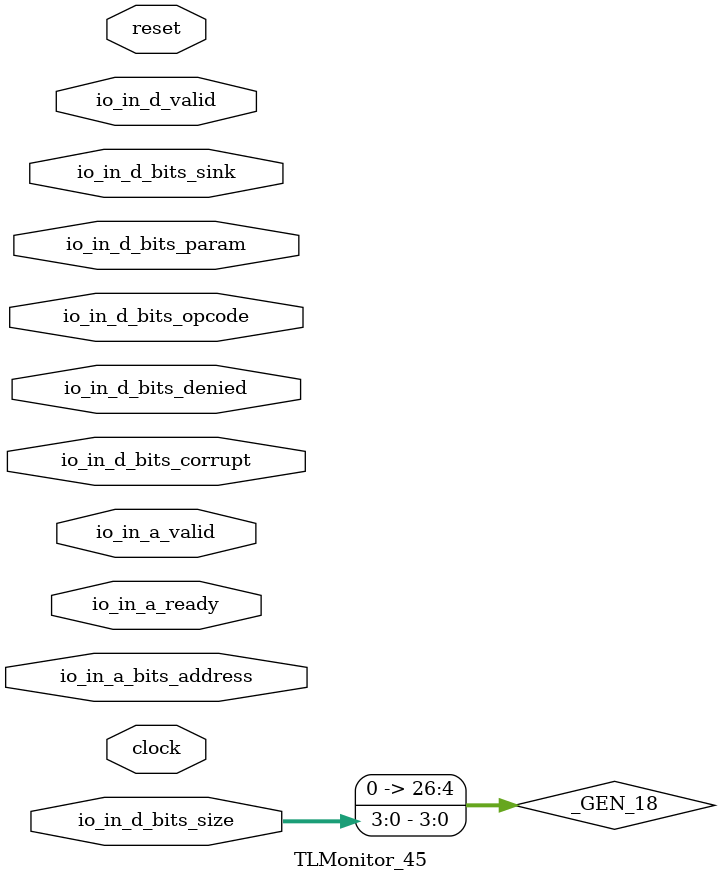
<source format=sv>
`ifndef RANDOMIZE
  `ifdef RANDOMIZE_MEM_INIT
    `define RANDOMIZE
  `endif // RANDOMIZE_MEM_INIT
`endif // not def RANDOMIZE
`ifndef RANDOMIZE
  `ifdef RANDOMIZE_REG_INIT
    `define RANDOMIZE
  `endif // RANDOMIZE_REG_INIT
`endif // not def RANDOMIZE

`ifndef RANDOM
  `define RANDOM $random
`endif // not def RANDOM

// Users can define INIT_RANDOM as general code that gets injected into the
// initializer block for modules with registers.
`ifndef INIT_RANDOM
  `define INIT_RANDOM
`endif // not def INIT_RANDOM

// If using random initialization, you can also define RANDOMIZE_DELAY to
// customize the delay used, otherwise 0.002 is used.
`ifndef RANDOMIZE_DELAY
  `define RANDOMIZE_DELAY 0.002
`endif // not def RANDOMIZE_DELAY

// Define INIT_RANDOM_PROLOG_ for use in our modules below.
`ifndef INIT_RANDOM_PROLOG_
  `ifdef RANDOMIZE
    `ifdef VERILATOR
      `define INIT_RANDOM_PROLOG_ `INIT_RANDOM
    `else  // VERILATOR
      `define INIT_RANDOM_PROLOG_ `INIT_RANDOM #`RANDOMIZE_DELAY begin end
    `endif // VERILATOR
  `else  // RANDOMIZE
    `define INIT_RANDOM_PROLOG_
  `endif // RANDOMIZE
`endif // not def INIT_RANDOM_PROLOG_

// Include register initializers in init blocks unless synthesis is set
`ifndef SYNTHESIS
  `ifndef ENABLE_INITIAL_REG_
    `define ENABLE_INITIAL_REG_
  `endif // not def ENABLE_INITIAL_REG_
`endif // not def SYNTHESIS

// Include rmemory initializers in init blocks unless synthesis is set
`ifndef SYNTHESIS
  `ifndef ENABLE_INITIAL_MEM_
    `define ENABLE_INITIAL_MEM_
  `endif // not def ENABLE_INITIAL_MEM_
`endif // not def SYNTHESIS

// Standard header to adapt well known macros for prints and assertions.

// Users can define 'PRINTF_COND' to add an extra gate to prints.
`ifndef PRINTF_COND_
  `ifdef PRINTF_COND
    `define PRINTF_COND_ (`PRINTF_COND)
  `else  // PRINTF_COND
    `define PRINTF_COND_ 1
  `endif // PRINTF_COND
`endif // not def PRINTF_COND_

// Users can define 'ASSERT_VERBOSE_COND' to add an extra gate to assert error printing.
`ifndef ASSERT_VERBOSE_COND_
  `ifdef ASSERT_VERBOSE_COND
    `define ASSERT_VERBOSE_COND_ (`ASSERT_VERBOSE_COND)
  `else  // ASSERT_VERBOSE_COND
    `define ASSERT_VERBOSE_COND_ 1
  `endif // ASSERT_VERBOSE_COND
`endif // not def ASSERT_VERBOSE_COND_

// Users can define 'STOP_COND' to add an extra gate to stop conditions.
`ifndef STOP_COND_
  `ifdef STOP_COND
    `define STOP_COND_ (`STOP_COND)
  `else  // STOP_COND
    `define STOP_COND_ 1
  `endif // STOP_COND
`endif // not def STOP_COND_

module TLMonitor_45(
  input        clock,
               reset,
               io_in_a_ready,	// @[generators/rocket-chip/src/main/scala/tilelink/Monitor.scala:17:14]
               io_in_a_valid,	// @[generators/rocket-chip/src/main/scala/tilelink/Monitor.scala:17:14]
  input [31:0] io_in_a_bits_address,	// @[generators/rocket-chip/src/main/scala/tilelink/Monitor.scala:17:14]
  input        io_in_d_valid,	// @[generators/rocket-chip/src/main/scala/tilelink/Monitor.scala:17:14]
  input [2:0]  io_in_d_bits_opcode,	// @[generators/rocket-chip/src/main/scala/tilelink/Monitor.scala:17:14]
  input [1:0]  io_in_d_bits_param,	// @[generators/rocket-chip/src/main/scala/tilelink/Monitor.scala:17:14]
  input [3:0]  io_in_d_bits_size,	// @[generators/rocket-chip/src/main/scala/tilelink/Monitor.scala:17:14]
  input [2:0]  io_in_d_bits_sink,	// @[generators/rocket-chip/src/main/scala/tilelink/Monitor.scala:17:14]
  input        io_in_d_bits_denied,	// @[generators/rocket-chip/src/main/scala/tilelink/Monitor.scala:17:14]
               io_in_d_bits_corrupt	// @[generators/rocket-chip/src/main/scala/tilelink/Monitor.scala:17:14]
);

  wire [31:0] _plusarg_reader_1_out;	// @[generators/rocket-chip/src/main/scala/util/PlusArg.scala:80:11]
  wire [31:0] _plusarg_reader_out;	// @[generators/rocket-chip/src/main/scala/util/PlusArg.scala:80:11]
  wire        _a_first_T_1 = io_in_a_ready & io_in_a_valid;	// @[src/main/scala/chisel3/util/Decoupled.scala:52:35]
  reg  [8:0]  a_first_counter;	// @[generators/rocket-chip/src/main/scala/tilelink/Edges.scala:230:27]
  reg  [31:0] address;	// @[generators/rocket-chip/src/main/scala/tilelink/Monitor.scala:388:22]
  reg  [8:0]  d_first_counter;	// @[generators/rocket-chip/src/main/scala/tilelink/Edges.scala:230:27]
  reg  [2:0]  opcode_1;	// @[generators/rocket-chip/src/main/scala/tilelink/Monitor.scala:535:22]
  reg  [1:0]  param_1;	// @[generators/rocket-chip/src/main/scala/tilelink/Monitor.scala:536:22]
  reg  [3:0]  size_1;	// @[generators/rocket-chip/src/main/scala/tilelink/Monitor.scala:537:22]
  reg  [2:0]  sink;	// @[generators/rocket-chip/src/main/scala/tilelink/Monitor.scala:539:22]
  reg         denied;	// @[generators/rocket-chip/src/main/scala/tilelink/Monitor.scala:540:22]
  reg         inflight;	// @[generators/rocket-chip/src/main/scala/tilelink/Monitor.scala:611:27]
  reg  [3:0]  inflight_opcodes;	// @[generators/rocket-chip/src/main/scala/tilelink/Monitor.scala:613:35]
  reg  [7:0]  inflight_sizes;	// @[generators/rocket-chip/src/main/scala/tilelink/Monitor.scala:615:33]
  reg  [8:0]  a_first_counter_1;	// @[generators/rocket-chip/src/main/scala/tilelink/Edges.scala:230:27]
  wire        a_first_1 = a_first_counter_1 == 9'h0;	// @[generators/rocket-chip/src/main/scala/tilelink/Edges.scala:222:14, :230:27, :232:25]
  reg  [8:0]  d_first_counter_1;	// @[generators/rocket-chip/src/main/scala/tilelink/Edges.scala:230:27]
  wire        d_first_1 = d_first_counter_1 == 9'h0;	// @[generators/rocket-chip/src/main/scala/tilelink/Edges.scala:222:14, :230:27, :232:25]
  wire        a_set = _a_first_T_1 & a_first_1;	// @[generators/rocket-chip/src/main/scala/tilelink/Edges.scala:232:25, generators/rocket-chip/src/main/scala/tilelink/Monitor.scala:652:25, src/main/scala/chisel3/util/Decoupled.scala:52:35]
  wire        d_release_ack = io_in_d_bits_opcode == 3'h6;	// @[generators/rocket-chip/src/main/scala/tilelink/Monitor.scala:670:46]
  wire        _GEN = io_in_d_valid & d_first_1;	// @[generators/rocket-chip/src/main/scala/tilelink/Edges.scala:232:25, generators/rocket-chip/src/main/scala/tilelink/Monitor.scala:671:26]
  wire        d_clr_wo_ready = _GEN & ~d_release_ack;	// @[generators/rocket-chip/src/main/scala/tilelink/Monitor.scala:670:46, :671:{26,71,74}]
  reg  [31:0] watchdog;	// @[generators/rocket-chip/src/main/scala/tilelink/Monitor.scala:706:27]
  reg         inflight_1;	// @[generators/rocket-chip/src/main/scala/tilelink/Monitor.scala:723:35]
  reg  [7:0]  inflight_sizes_1;	// @[generators/rocket-chip/src/main/scala/tilelink/Monitor.scala:725:35]
  reg  [8:0]  d_first_counter_2;	// @[generators/rocket-chip/src/main/scala/tilelink/Edges.scala:230:27]
  wire        d_first_2 = d_first_counter_2 == 9'h0;	// @[generators/rocket-chip/src/main/scala/tilelink/Edges.scala:222:14, :230:27, :232:25]
  wire        d_clr_1 = io_in_d_valid & d_first_2 & d_release_ack;	// @[generators/rocket-chip/src/main/scala/tilelink/Edges.scala:232:25, generators/rocket-chip/src/main/scala/tilelink/Monitor.scala:670:46, :785:70]
  reg  [31:0] watchdog_1;	// @[generators/rocket-chip/src/main/scala/tilelink/Monitor.scala:815:27]
  `ifndef SYNTHESIS	// @[generators/rocket-chip/src/main/scala/tilelink/Monitor.scala:42:11]
    wire [7:0][2:0] _GEN_0 = '{3'h4, 3'h5, 3'h2, 3'h1, 3'h1, 3'h1, 3'h0, 3'h0};	// @[generators/rocket-chip/src/main/scala/tilelink/Monitor.scala:690:38]
    wire [7:0][2:0] _GEN_1 = '{3'h4, 3'h4, 3'h2, 3'h1, 3'h1, 3'h1, 3'h0, 3'h0};	// @[generators/rocket-chip/src/main/scala/tilelink/Monitor.scala:689:38]
    wire            _GEN_2 = io_in_a_valid & ~reset;	// @[generators/rocket-chip/src/main/scala/tilelink/Monitor.scala:42:11]
    wire            _GEN_3 = io_in_d_valid & io_in_d_bits_opcode == 3'h6 & ~reset;	// @[generators/rocket-chip/src/main/scala/tilelink/Monitor.scala:42:11, :49:11, :310:25]
    wire            _GEN_4 = io_in_d_bits_size < 4'h3;	// @[generators/rocket-chip/src/main/scala/tilelink/Monitor.scala:312:27]
    wire            _GEN_5 = io_in_d_valid & io_in_d_bits_opcode == 3'h4 & ~reset;	// @[generators/rocket-chip/src/main/scala/tilelink/Monitor.scala:42:11, :49:11, :318:25]
    wire            _GEN_6 = io_in_d_bits_param == 2'h2;	// @[generators/rocket-chip/src/main/scala/tilelink/Bundles.scala:111:27, generators/rocket-chip/src/main/scala/tilelink/Monitor.scala:323:28]
    wire            _GEN_7 = io_in_d_valid & io_in_d_bits_opcode == 3'h5 & ~reset;	// @[generators/rocket-chip/src/main/scala/tilelink/Monitor.scala:42:11, :49:11, :328:25]
    wire            _GEN_8 = ~io_in_d_bits_denied | io_in_d_bits_corrupt;	// @[generators/rocket-chip/src/main/scala/tilelink/Monitor.scala:334:{15,30}]
    wire            _GEN_9 = io_in_d_valid & io_in_d_bits_opcode == 3'h0 & ~reset;	// @[generators/rocket-chip/src/main/scala/tilelink/Monitor.scala:42:11, :49:11, :338:25]
    wire            _GEN_10 = io_in_d_bits_opcode == 3'h1;	// @[generators/rocket-chip/src/main/scala/tilelink/Monitor.scala:346:25]
    wire            _GEN_11 = io_in_d_valid & _GEN_10 & ~reset;	// @[generators/rocket-chip/src/main/scala/tilelink/Monitor.scala:42:11, :49:11, :346:25]
    wire            _GEN_12 = io_in_d_valid & io_in_d_bits_opcode == 3'h2 & ~reset;	// @[generators/rocket-chip/src/main/scala/tilelink/Monitor.scala:42:11, :49:11, :354:25]
    wire            _GEN_13 = io_in_d_valid & (|d_first_counter) & ~reset;	// @[generators/rocket-chip/src/main/scala/tilelink/Edges.scala:230:27, :232:25, generators/rocket-chip/src/main/scala/tilelink/Monitor.scala:42:11, :49:11]
    wire            a_set_wo_ready = io_in_a_valid & a_first_1;	// @[generators/rocket-chip/src/main/scala/tilelink/Edges.scala:232:25, generators/rocket-chip/src/main/scala/tilelink/Monitor.scala:648:26]
    wire            _GEN_14 = d_clr_wo_ready & a_set_wo_ready & ~reset;	// @[generators/rocket-chip/src/main/scala/tilelink/Monitor.scala:42:11, :49:11, :648:26, :671:71]
    wire            _GEN_15 = d_clr_wo_ready & ~a_set_wo_ready & ~reset;	// @[generators/rocket-chip/src/main/scala/tilelink/Monitor.scala:42:11, :49:11, :648:26, :671:71, :684:30]
    wire [7:0]      _GEN_16 = {4'h0, io_in_d_bits_size};	// @[generators/rocket-chip/src/main/scala/tilelink/Bundles.scala:111:27, generators/rocket-chip/src/main/scala/tilelink/Monitor.scala:634:69, :638:65, :656:79, :657:77, :691:36, generators/rocket-chip/src/main/scala/util/Misc.scala:206:21]
    wire            _GEN_17 = d_clr_1 & ~reset;	// @[generators/rocket-chip/src/main/scala/tilelink/Monitor.scala:42:11, :49:11, :785:70]
    always @(posedge clock) begin	// @[generators/rocket-chip/src/main/scala/tilelink/Monitor.scala:42:11]
      if (_GEN_2 & ~({io_in_a_bits_address[31:14], ~(io_in_a_bits_address[13:12])} == 20'h0 | io_in_a_bits_address[31:13] == 19'h0 | {io_in_a_bits_address[31:17], ~(io_in_a_bits_address[16])} == 16'h0 | {io_in_a_bits_address[31:21], io_in_a_bits_address[20:17] ^ 4'h8, io_in_a_bits_address[15:12]} == 19'h0 | {io_in_a_bits_address[31:26], io_in_a_bits_address[25:16] ^ 10'h200} == 16'h0 | {io_in_a_bits_address[31:26], io_in_a_bits_address[25:12] ^ 14'h2010} == 20'h0 | {io_in_a_bits_address[31:28], io_in_a_bits_address[27:16] ^ 12'h800} == 16'h0 | {io_in_a_bits_address[31:28], ~(io_in_a_bits_address[27:26])} == 6'h0 | {io_in_a_bits_address[31:29], io_in_a_bits_address[28:12] ^ 17'h10020} == 20'h0 | io_in_a_bits_address[31:28] == 4'h8)) begin	// @[generators/rocket-chip/src/main/scala/diplomacy/Parameters.scala:137:{31,41,46,59}, generators/rocket-chip/src/main/scala/tilelink/Bundles.scala:259:74, generators/rocket-chip/src/main/scala/tilelink/Edges.scala:22:16, generators/rocket-chip/src/main/scala/tilelink/Monitor.scala:42:11, generators/rocket-chip/src/main/scala/tilelink/Parameters.scala:673:26]
        if (`ASSERT_VERBOSE_COND_)	// @[generators/rocket-chip/src/main/scala/tilelink/Monitor.scala:42:11]
          $error("Assertion failed: 'A' channel carries Get type which slave claims it can't support (connected at generators/rocket-chip/src/main/scala/rocket/Frontend.scala:387:21)\n    at Monitor.scala:42 assert(cond, message)\n");	// @[generators/rocket-chip/src/main/scala/tilelink/Monitor.scala:42:11]
        if (`STOP_COND_)	// @[generators/rocket-chip/src/main/scala/tilelink/Monitor.scala:42:11]
          $fatal;	// @[generators/rocket-chip/src/main/scala/tilelink/Monitor.scala:42:11]
      end
      if (_GEN_2 & (|(io_in_a_bits_address[5:0]))) begin	// @[generators/rocket-chip/src/main/scala/tilelink/Edges.scala:22:{16,24}, generators/rocket-chip/src/main/scala/tilelink/Monitor.scala:42:11]
        if (`ASSERT_VERBOSE_COND_)	// @[generators/rocket-chip/src/main/scala/tilelink/Monitor.scala:42:11]
          $error("Assertion failed: 'A' channel Get address not aligned to size (connected at generators/rocket-chip/src/main/scala/rocket/Frontend.scala:387:21)\n    at Monitor.scala:42 assert(cond, message)\n");	// @[generators/rocket-chip/src/main/scala/tilelink/Monitor.scala:42:11]
        if (`STOP_COND_)	// @[generators/rocket-chip/src/main/scala/tilelink/Monitor.scala:42:11]
          $fatal;	// @[generators/rocket-chip/src/main/scala/tilelink/Monitor.scala:42:11]
      end
      if (io_in_d_valid & ~reset & (&io_in_d_bits_opcode)) begin	// @[generators/rocket-chip/src/main/scala/tilelink/Bundles.scala:45:24, generators/rocket-chip/src/main/scala/tilelink/Monitor.scala:42:11, :49:11]
        if (`ASSERT_VERBOSE_COND_)	// @[generators/rocket-chip/src/main/scala/tilelink/Monitor.scala:49:11]
          $error("Assertion failed: 'D' channel has invalid opcode (connected at generators/rocket-chip/src/main/scala/rocket/Frontend.scala:387:21)\n    at Monitor.scala:49 assert(cond, message)\n");	// @[generators/rocket-chip/src/main/scala/tilelink/Monitor.scala:49:11]
        if (`STOP_COND_)	// @[generators/rocket-chip/src/main/scala/tilelink/Monitor.scala:49:11]
          $fatal;	// @[generators/rocket-chip/src/main/scala/tilelink/Monitor.scala:49:11]
      end
      if (_GEN_3 & _GEN_4) begin	// @[generators/rocket-chip/src/main/scala/tilelink/Monitor.scala:49:11, :312:27]
        if (`ASSERT_VERBOSE_COND_)	// @[generators/rocket-chip/src/main/scala/tilelink/Monitor.scala:49:11]
          $error("Assertion failed: 'D' channel ReleaseAck smaller than a beat (connected at generators/rocket-chip/src/main/scala/rocket/Frontend.scala:387:21)\n    at Monitor.scala:49 assert(cond, message)\n");	// @[generators/rocket-chip/src/main/scala/tilelink/Monitor.scala:49:11]
        if (`STOP_COND_)	// @[generators/rocket-chip/src/main/scala/tilelink/Monitor.scala:49:11]
          $fatal;	// @[generators/rocket-chip/src/main/scala/tilelink/Monitor.scala:49:11]
      end
      if (_GEN_3 & (|io_in_d_bits_param)) begin	// @[generators/rocket-chip/src/main/scala/tilelink/Monitor.scala:49:11, :313:28]
        if (`ASSERT_VERBOSE_COND_)	// @[generators/rocket-chip/src/main/scala/tilelink/Monitor.scala:49:11]
          $error("Assertion failed: 'D' channel ReleaseeAck carries invalid param (connected at generators/rocket-chip/src/main/scala/rocket/Frontend.scala:387:21)\n    at Monitor.scala:49 assert(cond, message)\n");	// @[generators/rocket-chip/src/main/scala/tilelink/Monitor.scala:49:11]
        if (`STOP_COND_)	// @[generators/rocket-chip/src/main/scala/tilelink/Monitor.scala:49:11]
          $fatal;	// @[generators/rocket-chip/src/main/scala/tilelink/Monitor.scala:49:11]
      end
      if (_GEN_3 & io_in_d_bits_corrupt) begin	// @[generators/rocket-chip/src/main/scala/tilelink/Monitor.scala:49:11]
        if (`ASSERT_VERBOSE_COND_)	// @[generators/rocket-chip/src/main/scala/tilelink/Monitor.scala:49:11]
          $error("Assertion failed: 'D' channel ReleaseAck is corrupt (connected at generators/rocket-chip/src/main/scala/rocket/Frontend.scala:387:21)\n    at Monitor.scala:49 assert(cond, message)\n");	// @[generators/rocket-chip/src/main/scala/tilelink/Monitor.scala:49:11]
        if (`STOP_COND_)	// @[generators/rocket-chip/src/main/scala/tilelink/Monitor.scala:49:11]
          $fatal;	// @[generators/rocket-chip/src/main/scala/tilelink/Monitor.scala:49:11]
      end
      if (_GEN_3 & io_in_d_bits_denied) begin	// @[generators/rocket-chip/src/main/scala/tilelink/Monitor.scala:49:11]
        if (`ASSERT_VERBOSE_COND_)	// @[generators/rocket-chip/src/main/scala/tilelink/Monitor.scala:49:11]
          $error("Assertion failed: 'D' channel ReleaseAck is denied (connected at generators/rocket-chip/src/main/scala/rocket/Frontend.scala:387:21)\n    at Monitor.scala:49 assert(cond, message)\n");	// @[generators/rocket-chip/src/main/scala/tilelink/Monitor.scala:49:11]
        if (`STOP_COND_)	// @[generators/rocket-chip/src/main/scala/tilelink/Monitor.scala:49:11]
          $fatal;	// @[generators/rocket-chip/src/main/scala/tilelink/Monitor.scala:49:11]
      end
      if (_GEN_5 & _GEN_4) begin	// @[generators/rocket-chip/src/main/scala/tilelink/Monitor.scala:49:11, :312:27]
        if (`ASSERT_VERBOSE_COND_)	// @[generators/rocket-chip/src/main/scala/tilelink/Monitor.scala:49:11]
          $error("Assertion failed: 'D' channel Grant smaller than a beat (connected at generators/rocket-chip/src/main/scala/rocket/Frontend.scala:387:21)\n    at Monitor.scala:49 assert(cond, message)\n");	// @[generators/rocket-chip/src/main/scala/tilelink/Monitor.scala:49:11]
        if (`STOP_COND_)	// @[generators/rocket-chip/src/main/scala/tilelink/Monitor.scala:49:11]
          $fatal;	// @[generators/rocket-chip/src/main/scala/tilelink/Monitor.scala:49:11]
      end
      if (_GEN_5 & (&io_in_d_bits_param)) begin	// @[generators/rocket-chip/src/main/scala/tilelink/Bundles.scala:105:26, generators/rocket-chip/src/main/scala/tilelink/Monitor.scala:49:11]
        if (`ASSERT_VERBOSE_COND_)	// @[generators/rocket-chip/src/main/scala/tilelink/Monitor.scala:49:11]
          $error("Assertion failed: 'D' channel Grant carries invalid cap param (connected at generators/rocket-chip/src/main/scala/rocket/Frontend.scala:387:21)\n    at Monitor.scala:49 assert(cond, message)\n");	// @[generators/rocket-chip/src/main/scala/tilelink/Monitor.scala:49:11]
        if (`STOP_COND_)	// @[generators/rocket-chip/src/main/scala/tilelink/Monitor.scala:49:11]
          $fatal;	// @[generators/rocket-chip/src/main/scala/tilelink/Monitor.scala:49:11]
      end
      if (_GEN_5 & _GEN_6) begin	// @[generators/rocket-chip/src/main/scala/tilelink/Monitor.scala:49:11, :323:28]
        if (`ASSERT_VERBOSE_COND_)	// @[generators/rocket-chip/src/main/scala/tilelink/Monitor.scala:49:11]
          $error("Assertion failed: 'D' channel Grant carries toN param (connected at generators/rocket-chip/src/main/scala/rocket/Frontend.scala:387:21)\n    at Monitor.scala:49 assert(cond, message)\n");	// @[generators/rocket-chip/src/main/scala/tilelink/Monitor.scala:49:11]
        if (`STOP_COND_)	// @[generators/rocket-chip/src/main/scala/tilelink/Monitor.scala:49:11]
          $fatal;	// @[generators/rocket-chip/src/main/scala/tilelink/Monitor.scala:49:11]
      end
      if (_GEN_5 & io_in_d_bits_corrupt) begin	// @[generators/rocket-chip/src/main/scala/tilelink/Monitor.scala:49:11]
        if (`ASSERT_VERBOSE_COND_)	// @[generators/rocket-chip/src/main/scala/tilelink/Monitor.scala:49:11]
          $error("Assertion failed: 'D' channel Grant is corrupt (connected at generators/rocket-chip/src/main/scala/rocket/Frontend.scala:387:21)\n    at Monitor.scala:49 assert(cond, message)\n");	// @[generators/rocket-chip/src/main/scala/tilelink/Monitor.scala:49:11]
        if (`STOP_COND_)	// @[generators/rocket-chip/src/main/scala/tilelink/Monitor.scala:49:11]
          $fatal;	// @[generators/rocket-chip/src/main/scala/tilelink/Monitor.scala:49:11]
      end
      if (_GEN_7 & _GEN_4) begin	// @[generators/rocket-chip/src/main/scala/tilelink/Monitor.scala:49:11, :312:27]
        if (`ASSERT_VERBOSE_COND_)	// @[generators/rocket-chip/src/main/scala/tilelink/Monitor.scala:49:11]
          $error("Assertion failed: 'D' channel GrantData smaller than a beat (connected at generators/rocket-chip/src/main/scala/rocket/Frontend.scala:387:21)\n    at Monitor.scala:49 assert(cond, message)\n");	// @[generators/rocket-chip/src/main/scala/tilelink/Monitor.scala:49:11]
        if (`STOP_COND_)	// @[generators/rocket-chip/src/main/scala/tilelink/Monitor.scala:49:11]
          $fatal;	// @[generators/rocket-chip/src/main/scala/tilelink/Monitor.scala:49:11]
      end
      if (_GEN_7 & (&io_in_d_bits_param)) begin	// @[generators/rocket-chip/src/main/scala/tilelink/Bundles.scala:105:26, generators/rocket-chip/src/main/scala/tilelink/Monitor.scala:49:11]
        if (`ASSERT_VERBOSE_COND_)	// @[generators/rocket-chip/src/main/scala/tilelink/Monitor.scala:49:11]
          $error("Assertion failed: 'D' channel GrantData carries invalid cap param (connected at generators/rocket-chip/src/main/scala/rocket/Frontend.scala:387:21)\n    at Monitor.scala:49 assert(cond, message)\n");	// @[generators/rocket-chip/src/main/scala/tilelink/Monitor.scala:49:11]
        if (`STOP_COND_)	// @[generators/rocket-chip/src/main/scala/tilelink/Monitor.scala:49:11]
          $fatal;	// @[generators/rocket-chip/src/main/scala/tilelink/Monitor.scala:49:11]
      end
      if (_GEN_7 & _GEN_6) begin	// @[generators/rocket-chip/src/main/scala/tilelink/Monitor.scala:49:11, :323:28]
        if (`ASSERT_VERBOSE_COND_)	// @[generators/rocket-chip/src/main/scala/tilelink/Monitor.scala:49:11]
          $error("Assertion failed: 'D' channel GrantData carries toN param (connected at generators/rocket-chip/src/main/scala/rocket/Frontend.scala:387:21)\n    at Monitor.scala:49 assert(cond, message)\n");	// @[generators/rocket-chip/src/main/scala/tilelink/Monitor.scala:49:11]
        if (`STOP_COND_)	// @[generators/rocket-chip/src/main/scala/tilelink/Monitor.scala:49:11]
          $fatal;	// @[generators/rocket-chip/src/main/scala/tilelink/Monitor.scala:49:11]
      end
      if (_GEN_7 & ~_GEN_8) begin	// @[generators/rocket-chip/src/main/scala/tilelink/Monitor.scala:49:11, :334:30]
        if (`ASSERT_VERBOSE_COND_)	// @[generators/rocket-chip/src/main/scala/tilelink/Monitor.scala:49:11]
          $error("Assertion failed: 'D' channel GrantData is denied but not corrupt (connected at generators/rocket-chip/src/main/scala/rocket/Frontend.scala:387:21)\n    at Monitor.scala:49 assert(cond, message)\n");	// @[generators/rocket-chip/src/main/scala/tilelink/Monitor.scala:49:11]
        if (`STOP_COND_)	// @[generators/rocket-chip/src/main/scala/tilelink/Monitor.scala:49:11]
          $fatal;	// @[generators/rocket-chip/src/main/scala/tilelink/Monitor.scala:49:11]
      end
      if (_GEN_9 & (|io_in_d_bits_param)) begin	// @[generators/rocket-chip/src/main/scala/tilelink/Monitor.scala:49:11, :313:28]
        if (`ASSERT_VERBOSE_COND_)	// @[generators/rocket-chip/src/main/scala/tilelink/Monitor.scala:49:11]
          $error("Assertion failed: 'D' channel AccessAck carries invalid param (connected at generators/rocket-chip/src/main/scala/rocket/Frontend.scala:387:21)\n    at Monitor.scala:49 assert(cond, message)\n");	// @[generators/rocket-chip/src/main/scala/tilelink/Monitor.scala:49:11]
        if (`STOP_COND_)	// @[generators/rocket-chip/src/main/scala/tilelink/Monitor.scala:49:11]
          $fatal;	// @[generators/rocket-chip/src/main/scala/tilelink/Monitor.scala:49:11]
      end
      if (_GEN_9 & io_in_d_bits_corrupt) begin	// @[generators/rocket-chip/src/main/scala/tilelink/Monitor.scala:49:11]
        if (`ASSERT_VERBOSE_COND_)	// @[generators/rocket-chip/src/main/scala/tilelink/Monitor.scala:49:11]
          $error("Assertion failed: 'D' channel AccessAck is corrupt (connected at generators/rocket-chip/src/main/scala/rocket/Frontend.scala:387:21)\n    at Monitor.scala:49 assert(cond, message)\n");	// @[generators/rocket-chip/src/main/scala/tilelink/Monitor.scala:49:11]
        if (`STOP_COND_)	// @[generators/rocket-chip/src/main/scala/tilelink/Monitor.scala:49:11]
          $fatal;	// @[generators/rocket-chip/src/main/scala/tilelink/Monitor.scala:49:11]
      end
      if (_GEN_11 & (|io_in_d_bits_param)) begin	// @[generators/rocket-chip/src/main/scala/tilelink/Monitor.scala:49:11, :313:28]
        if (`ASSERT_VERBOSE_COND_)	// @[generators/rocket-chip/src/main/scala/tilelink/Monitor.scala:49:11]
          $error("Assertion failed: 'D' channel AccessAckData carries invalid param (connected at generators/rocket-chip/src/main/scala/rocket/Frontend.scala:387:21)\n    at Monitor.scala:49 assert(cond, message)\n");	// @[generators/rocket-chip/src/main/scala/tilelink/Monitor.scala:49:11]
        if (`STOP_COND_)	// @[generators/rocket-chip/src/main/scala/tilelink/Monitor.scala:49:11]
          $fatal;	// @[generators/rocket-chip/src/main/scala/tilelink/Monitor.scala:49:11]
      end
      if (_GEN_11 & ~_GEN_8) begin	// @[generators/rocket-chip/src/main/scala/tilelink/Monitor.scala:49:11, :334:30]
        if (`ASSERT_VERBOSE_COND_)	// @[generators/rocket-chip/src/main/scala/tilelink/Monitor.scala:49:11]
          $error("Assertion failed: 'D' channel AccessAckData is denied but not corrupt (connected at generators/rocket-chip/src/main/scala/rocket/Frontend.scala:387:21)\n    at Monitor.scala:49 assert(cond, message)\n");	// @[generators/rocket-chip/src/main/scala/tilelink/Monitor.scala:49:11]
        if (`STOP_COND_)	// @[generators/rocket-chip/src/main/scala/tilelink/Monitor.scala:49:11]
          $fatal;	// @[generators/rocket-chip/src/main/scala/tilelink/Monitor.scala:49:11]
      end
      if (_GEN_12 & (|io_in_d_bits_param)) begin	// @[generators/rocket-chip/src/main/scala/tilelink/Monitor.scala:49:11, :313:28]
        if (`ASSERT_VERBOSE_COND_)	// @[generators/rocket-chip/src/main/scala/tilelink/Monitor.scala:49:11]
          $error("Assertion failed: 'D' channel HintAck carries invalid param (connected at generators/rocket-chip/src/main/scala/rocket/Frontend.scala:387:21)\n    at Monitor.scala:49 assert(cond, message)\n");	// @[generators/rocket-chip/src/main/scala/tilelink/Monitor.scala:49:11]
        if (`STOP_COND_)	// @[generators/rocket-chip/src/main/scala/tilelink/Monitor.scala:49:11]
          $fatal;	// @[generators/rocket-chip/src/main/scala/tilelink/Monitor.scala:49:11]
      end
      if (_GEN_12 & io_in_d_bits_corrupt) begin	// @[generators/rocket-chip/src/main/scala/tilelink/Monitor.scala:49:11]
        if (`ASSERT_VERBOSE_COND_)	// @[generators/rocket-chip/src/main/scala/tilelink/Monitor.scala:49:11]
          $error("Assertion failed: 'D' channel HintAck is corrupt (connected at generators/rocket-chip/src/main/scala/rocket/Frontend.scala:387:21)\n    at Monitor.scala:49 assert(cond, message)\n");	// @[generators/rocket-chip/src/main/scala/tilelink/Monitor.scala:49:11]
        if (`STOP_COND_)	// @[generators/rocket-chip/src/main/scala/tilelink/Monitor.scala:49:11]
          $fatal;	// @[generators/rocket-chip/src/main/scala/tilelink/Monitor.scala:49:11]
      end
      if (io_in_a_valid & (|a_first_counter) & ~reset & io_in_a_bits_address != address) begin	// @[generators/rocket-chip/src/main/scala/tilelink/Edges.scala:230:27, :232:25, generators/rocket-chip/src/main/scala/tilelink/Monitor.scala:42:11, :388:22, :394:32]
        if (`ASSERT_VERBOSE_COND_)	// @[generators/rocket-chip/src/main/scala/tilelink/Monitor.scala:42:11]
          $error("Assertion failed: 'A' channel address changed with multibeat operation (connected at generators/rocket-chip/src/main/scala/rocket/Frontend.scala:387:21)\n    at Monitor.scala:42 assert(cond, message)\n");	// @[generators/rocket-chip/src/main/scala/tilelink/Monitor.scala:42:11]
        if (`STOP_COND_)	// @[generators/rocket-chip/src/main/scala/tilelink/Monitor.scala:42:11]
          $fatal;	// @[generators/rocket-chip/src/main/scala/tilelink/Monitor.scala:42:11]
      end
      if (_GEN_13 & io_in_d_bits_opcode != opcode_1) begin	// @[generators/rocket-chip/src/main/scala/tilelink/Monitor.scala:49:11, :535:22, :542:29]
        if (`ASSERT_VERBOSE_COND_)	// @[generators/rocket-chip/src/main/scala/tilelink/Monitor.scala:49:11]
          $error("Assertion failed: 'D' channel opcode changed within multibeat operation (connected at generators/rocket-chip/src/main/scala/rocket/Frontend.scala:387:21)\n    at Monitor.scala:49 assert(cond, message)\n");	// @[generators/rocket-chip/src/main/scala/tilelink/Monitor.scala:49:11]
        if (`STOP_COND_)	// @[generators/rocket-chip/src/main/scala/tilelink/Monitor.scala:49:11]
          $fatal;	// @[generators/rocket-chip/src/main/scala/tilelink/Monitor.scala:49:11]
      end
      if (_GEN_13 & io_in_d_bits_param != param_1) begin	// @[generators/rocket-chip/src/main/scala/tilelink/Monitor.scala:49:11, :536:22, :543:29]
        if (`ASSERT_VERBOSE_COND_)	// @[generators/rocket-chip/src/main/scala/tilelink/Monitor.scala:49:11]
          $error("Assertion failed: 'D' channel param changed within multibeat operation (connected at generators/rocket-chip/src/main/scala/rocket/Frontend.scala:387:21)\n    at Monitor.scala:49 assert(cond, message)\n");	// @[generators/rocket-chip/src/main/scala/tilelink/Monitor.scala:49:11]
        if (`STOP_COND_)	// @[generators/rocket-chip/src/main/scala/tilelink/Monitor.scala:49:11]
          $fatal;	// @[generators/rocket-chip/src/main/scala/tilelink/Monitor.scala:49:11]
      end
      if (_GEN_13 & io_in_d_bits_size != size_1) begin	// @[generators/rocket-chip/src/main/scala/tilelink/Monitor.scala:49:11, :537:22, :544:29]
        if (`ASSERT_VERBOSE_COND_)	// @[generators/rocket-chip/src/main/scala/tilelink/Monitor.scala:49:11]
          $error("Assertion failed: 'D' channel size changed within multibeat operation (connected at generators/rocket-chip/src/main/scala/rocket/Frontend.scala:387:21)\n    at Monitor.scala:49 assert(cond, message)\n");	// @[generators/rocket-chip/src/main/scala/tilelink/Monitor.scala:49:11]
        if (`STOP_COND_)	// @[generators/rocket-chip/src/main/scala/tilelink/Monitor.scala:49:11]
          $fatal;	// @[generators/rocket-chip/src/main/scala/tilelink/Monitor.scala:49:11]
      end
      if (_GEN_13 & io_in_d_bits_sink != sink) begin	// @[generators/rocket-chip/src/main/scala/tilelink/Monitor.scala:49:11, :539:22, :546:29]
        if (`ASSERT_VERBOSE_COND_)	// @[generators/rocket-chip/src/main/scala/tilelink/Monitor.scala:49:11]
          $error("Assertion failed: 'D' channel sink changed with multibeat operation (connected at generators/rocket-chip/src/main/scala/rocket/Frontend.scala:387:21)\n    at Monitor.scala:49 assert(cond, message)\n");	// @[generators/rocket-chip/src/main/scala/tilelink/Monitor.scala:49:11]
        if (`STOP_COND_)	// @[generators/rocket-chip/src/main/scala/tilelink/Monitor.scala:49:11]
          $fatal;	// @[generators/rocket-chip/src/main/scala/tilelink/Monitor.scala:49:11]
      end
      if (_GEN_13 & io_in_d_bits_denied != denied) begin	// @[generators/rocket-chip/src/main/scala/tilelink/Monitor.scala:49:11, :540:22, :547:29]
        if (`ASSERT_VERBOSE_COND_)	// @[generators/rocket-chip/src/main/scala/tilelink/Monitor.scala:49:11]
          $error("Assertion failed: 'D' channel denied changed with multibeat operation (connected at generators/rocket-chip/src/main/scala/rocket/Frontend.scala:387:21)\n    at Monitor.scala:49 assert(cond, message)\n");	// @[generators/rocket-chip/src/main/scala/tilelink/Monitor.scala:49:11]
        if (`STOP_COND_)	// @[generators/rocket-chip/src/main/scala/tilelink/Monitor.scala:49:11]
          $fatal;	// @[generators/rocket-chip/src/main/scala/tilelink/Monitor.scala:49:11]
      end
      if (a_set & ~reset & inflight) begin	// @[generators/rocket-chip/src/main/scala/tilelink/Monitor.scala:42:11, :611:27, :652:25]
        if (`ASSERT_VERBOSE_COND_)	// @[generators/rocket-chip/src/main/scala/tilelink/Monitor.scala:42:11]
          $error("Assertion failed: 'A' channel re-used a source ID (connected at generators/rocket-chip/src/main/scala/rocket/Frontend.scala:387:21)\n    at Monitor.scala:42 assert(cond, message)\n");	// @[generators/rocket-chip/src/main/scala/tilelink/Monitor.scala:42:11]
        if (`STOP_COND_)	// @[generators/rocket-chip/src/main/scala/tilelink/Monitor.scala:42:11]
          $fatal;	// @[generators/rocket-chip/src/main/scala/tilelink/Monitor.scala:42:11]
      end
      if (d_clr_wo_ready & ~reset & ~(inflight | a_set_wo_ready)) begin	// @[generators/rocket-chip/src/main/scala/tilelink/Monitor.scala:42:11, :49:11, :611:27, :648:26, :671:71, :682:49]
        if (`ASSERT_VERBOSE_COND_)	// @[generators/rocket-chip/src/main/scala/tilelink/Monitor.scala:49:11]
          $error("Assertion failed: 'D' channel acknowledged for nothing inflight (connected at generators/rocket-chip/src/main/scala/rocket/Frontend.scala:387:21)\n    at Monitor.scala:49 assert(cond, message)\n");	// @[generators/rocket-chip/src/main/scala/tilelink/Monitor.scala:49:11]
        if (`STOP_COND_)	// @[generators/rocket-chip/src/main/scala/tilelink/Monitor.scala:49:11]
          $fatal;	// @[generators/rocket-chip/src/main/scala/tilelink/Monitor.scala:49:11]
      end
      if (_GEN_14 & ~_GEN_10) begin	// @[generators/rocket-chip/src/main/scala/tilelink/Monitor.scala:49:11, :346:25]
        if (`ASSERT_VERBOSE_COND_)	// @[generators/rocket-chip/src/main/scala/tilelink/Monitor.scala:49:11]
          $error("Assertion failed: 'D' channel contains improper opcode response (connected at generators/rocket-chip/src/main/scala/rocket/Frontend.scala:387:21)\n    at Monitor.scala:49 assert(cond, message)\n");	// @[generators/rocket-chip/src/main/scala/tilelink/Monitor.scala:49:11]
        if (`STOP_COND_)	// @[generators/rocket-chip/src/main/scala/tilelink/Monitor.scala:49:11]
          $fatal;	// @[generators/rocket-chip/src/main/scala/tilelink/Monitor.scala:49:11]
      end
      if (_GEN_14 & io_in_d_bits_size != 4'h6) begin	// @[generators/rocket-chip/src/main/scala/tilelink/Monitor.scala:17:14, :49:11, :687:36]
        if (`ASSERT_VERBOSE_COND_)	// @[generators/rocket-chip/src/main/scala/tilelink/Monitor.scala:49:11]
          $error("Assertion failed: 'D' channel contains improper response size (connected at generators/rocket-chip/src/main/scala/rocket/Frontend.scala:387:21)\n    at Monitor.scala:49 assert(cond, message)\n");	// @[generators/rocket-chip/src/main/scala/tilelink/Monitor.scala:49:11]
        if (`STOP_COND_)	// @[generators/rocket-chip/src/main/scala/tilelink/Monitor.scala:49:11]
          $fatal;	// @[generators/rocket-chip/src/main/scala/tilelink/Monitor.scala:49:11]
      end
      if (_GEN_15 & ~(io_in_d_bits_opcode == _GEN_1[inflight_opcodes[3:1]] | io_in_d_bits_opcode == _GEN_0[inflight_opcodes[3:1]])) begin	// @[generators/rocket-chip/src/main/scala/tilelink/Monitor.scala:42:11, :49:11, :613:35, :634:152, :689:{38,72}, :690:38]
        if (`ASSERT_VERBOSE_COND_)	// @[generators/rocket-chip/src/main/scala/tilelink/Monitor.scala:49:11]
          $error("Assertion failed: 'D' channel contains improper opcode response (connected at generators/rocket-chip/src/main/scala/rocket/Frontend.scala:387:21)\n    at Monitor.scala:49 assert(cond, message)\n");	// @[generators/rocket-chip/src/main/scala/tilelink/Monitor.scala:49:11]
        if (`STOP_COND_)	// @[generators/rocket-chip/src/main/scala/tilelink/Monitor.scala:49:11]
          $fatal;	// @[generators/rocket-chip/src/main/scala/tilelink/Monitor.scala:49:11]
      end
      if (_GEN_15 & _GEN_16 != {1'h0, inflight_sizes[7:1]}) begin	// @[generators/rocket-chip/src/main/scala/tilelink/Monitor.scala:17:14, :42:11, :49:11, :99:31, :131:74, :139:71, :615:33, :638:{19,144}, :691:36, :695:15]
        if (`ASSERT_VERBOSE_COND_)	// @[generators/rocket-chip/src/main/scala/tilelink/Monitor.scala:49:11]
          $error("Assertion failed: 'D' channel contains improper response size (connected at generators/rocket-chip/src/main/scala/rocket/Frontend.scala:387:21)\n    at Monitor.scala:49 assert(cond, message)\n");	// @[generators/rocket-chip/src/main/scala/tilelink/Monitor.scala:49:11]
        if (`STOP_COND_)	// @[generators/rocket-chip/src/main/scala/tilelink/Monitor.scala:49:11]
          $fatal;	// @[generators/rocket-chip/src/main/scala/tilelink/Monitor.scala:49:11]
      end
      if (_GEN & a_first_1 & io_in_a_valid & ~d_release_ack & ~reset & ~io_in_a_ready) begin	// @[generators/rocket-chip/src/main/scala/tilelink/Edges.scala:232:25, generators/rocket-chip/src/main/scala/tilelink/Monitor.scala:42:11, :49:11, :670:46, :671:{26,74}]
        if (`ASSERT_VERBOSE_COND_)	// @[generators/rocket-chip/src/main/scala/tilelink/Monitor.scala:49:11]
          $error("Assertion failed: ready check\n    at Monitor.scala:49 assert(cond, message)\n");	// @[generators/rocket-chip/src/main/scala/tilelink/Monitor.scala:49:11]
        if (`STOP_COND_)	// @[generators/rocket-chip/src/main/scala/tilelink/Monitor.scala:49:11]
          $fatal;	// @[generators/rocket-chip/src/main/scala/tilelink/Monitor.scala:49:11]
      end
      if (~reset & ~(a_set_wo_ready != d_clr_wo_ready | ~a_set_wo_ready)) begin	// @[generators/rocket-chip/src/main/scala/tilelink/Monitor.scala:42:11, :49:11, :648:26, :671:71, :684:30, :699:{29,48}]
        if (`ASSERT_VERBOSE_COND_)	// @[generators/rocket-chip/src/main/scala/tilelink/Monitor.scala:49:11]
          $error("Assertion failed: 'A' and 'D' concurrent, despite minlatency > 0 (connected at generators/rocket-chip/src/main/scala/rocket/Frontend.scala:387:21)\n    at Monitor.scala:49 assert(cond, message)\n");	// @[generators/rocket-chip/src/main/scala/tilelink/Monitor.scala:49:11]
        if (`STOP_COND_)	// @[generators/rocket-chip/src/main/scala/tilelink/Monitor.scala:49:11]
          $fatal;	// @[generators/rocket-chip/src/main/scala/tilelink/Monitor.scala:49:11]
      end
      if (~reset & ~(~inflight | _plusarg_reader_out == 32'h0 | watchdog < _plusarg_reader_out)) begin	// @[generators/rocket-chip/src/main/scala/tilelink/Bundles.scala:259:74, generators/rocket-chip/src/main/scala/tilelink/Monitor.scala:42:11, :611:27, :706:27, :709:{16,39,47,59}, generators/rocket-chip/src/main/scala/util/PlusArg.scala:80:11]
        if (`ASSERT_VERBOSE_COND_)	// @[generators/rocket-chip/src/main/scala/tilelink/Monitor.scala:42:11]
          $error("Assertion failed: TileLink timeout expired (connected at generators/rocket-chip/src/main/scala/rocket/Frontend.scala:387:21)\n    at Monitor.scala:42 assert(cond, message)\n");	// @[generators/rocket-chip/src/main/scala/tilelink/Monitor.scala:42:11]
        if (`STOP_COND_)	// @[generators/rocket-chip/src/main/scala/tilelink/Monitor.scala:42:11]
          $fatal;	// @[generators/rocket-chip/src/main/scala/tilelink/Monitor.scala:42:11]
      end
      if (_GEN_17 & ~inflight_1) begin	// @[generators/rocket-chip/src/main/scala/tilelink/Monitor.scala:49:11, :723:35]
        if (`ASSERT_VERBOSE_COND_)	// @[generators/rocket-chip/src/main/scala/tilelink/Monitor.scala:49:11]
          $error("Assertion failed: 'D' channel acknowledged for nothing inflight (connected at generators/rocket-chip/src/main/scala/rocket/Frontend.scala:387:21)\n    at Monitor.scala:49 assert(cond, message)\n");	// @[generators/rocket-chip/src/main/scala/tilelink/Monitor.scala:49:11]
        if (`STOP_COND_)	// @[generators/rocket-chip/src/main/scala/tilelink/Monitor.scala:49:11]
          $fatal;	// @[generators/rocket-chip/src/main/scala/tilelink/Monitor.scala:49:11]
      end
      if (_GEN_17 & _GEN_16 != {1'h0, inflight_sizes_1[7:1]}) begin	// @[generators/rocket-chip/src/main/scala/tilelink/Monitor.scala:17:14, :42:11, :49:11, :99:31, :131:74, :139:71, :691:36, :695:15, :725:35, :747:{21,146}, :797:36]
        if (`ASSERT_VERBOSE_COND_)	// @[generators/rocket-chip/src/main/scala/tilelink/Monitor.scala:49:11]
          $error("Assertion failed: 'D' channel contains improper response size (connected at generators/rocket-chip/src/main/scala/rocket/Frontend.scala:387:21)\n    at Monitor.scala:49 assert(cond, message)\n");	// @[generators/rocket-chip/src/main/scala/tilelink/Monitor.scala:49:11]
        if (`STOP_COND_)	// @[generators/rocket-chip/src/main/scala/tilelink/Monitor.scala:49:11]
          $fatal;	// @[generators/rocket-chip/src/main/scala/tilelink/Monitor.scala:49:11]
      end
      if (~reset & ~(~inflight_1 | _plusarg_reader_1_out == 32'h0 | watchdog_1 < _plusarg_reader_1_out)) begin	// @[generators/rocket-chip/src/main/scala/tilelink/Bundles.scala:259:74, generators/rocket-chip/src/main/scala/tilelink/Monitor.scala:42:11, :49:11, :723:35, :815:27, :818:{39,47,59}, generators/rocket-chip/src/main/scala/util/PlusArg.scala:80:11]
        if (`ASSERT_VERBOSE_COND_)	// @[generators/rocket-chip/src/main/scala/tilelink/Monitor.scala:42:11]
          $error("Assertion failed: TileLink timeout expired (connected at generators/rocket-chip/src/main/scala/rocket/Frontend.scala:387:21)\n    at Monitor.scala:42 assert(cond, message)\n");	// @[generators/rocket-chip/src/main/scala/tilelink/Monitor.scala:42:11]
        if (`STOP_COND_)	// @[generators/rocket-chip/src/main/scala/tilelink/Monitor.scala:42:11]
          $fatal;	// @[generators/rocket-chip/src/main/scala/tilelink/Monitor.scala:42:11]
      end
    end // always @(posedge)
  `endif // not def SYNTHESIS
  wire [26:0] _GEN_18 = {23'h0, io_in_d_bits_size};	// @[generators/rocket-chip/src/main/scala/util/package.scala:235:71]
  wire [26:0] _d_first_beats1_decode_T_1 = 27'hFFF << _GEN_18;	// @[generators/rocket-chip/src/main/scala/util/package.scala:235:71]
  wire [26:0] _d_first_beats1_decode_T_5 = 27'hFFF << _GEN_18;	// @[generators/rocket-chip/src/main/scala/util/package.scala:235:71]
  wire [26:0] _d_first_beats1_decode_T_9 = 27'hFFF << _GEN_18;	// @[generators/rocket-chip/src/main/scala/util/package.scala:235:71]
  always @(posedge clock) begin
    if (reset) begin
      a_first_counter <= 9'h0;	// @[generators/rocket-chip/src/main/scala/tilelink/Edges.scala:222:14, :230:27]
      d_first_counter <= 9'h0;	// @[generators/rocket-chip/src/main/scala/tilelink/Edges.scala:222:14, :230:27]
      inflight <= 1'h0;	// @[generators/rocket-chip/src/main/scala/tilelink/Monitor.scala:17:14, :42:11, :99:31, :131:74, :139:71, :611:27, :695:15]
      inflight_opcodes <= 4'h0;	// @[generators/rocket-chip/src/main/scala/tilelink/Bundles.scala:111:27, generators/rocket-chip/src/main/scala/tilelink/Monitor.scala:613:35, :634:69, :638:65, :656:79, :657:77, generators/rocket-chip/src/main/scala/util/Misc.scala:206:21]
      inflight_sizes <= 8'h0;	// @[generators/rocket-chip/src/main/scala/tilelink/Bundles.scala:259:74, generators/rocket-chip/src/main/scala/tilelink/Monitor.scala:615:33]
      a_first_counter_1 <= 9'h0;	// @[generators/rocket-chip/src/main/scala/tilelink/Edges.scala:222:14, :230:27]
      d_first_counter_1 <= 9'h0;	// @[generators/rocket-chip/src/main/scala/tilelink/Edges.scala:222:14, :230:27]
      watchdog <= 32'h0;	// @[generators/rocket-chip/src/main/scala/tilelink/Bundles.scala:259:74, generators/rocket-chip/src/main/scala/tilelink/Monitor.scala:706:27]
      inflight_1 <= 1'h0;	// @[generators/rocket-chip/src/main/scala/tilelink/Monitor.scala:17:14, :42:11, :99:31, :131:74, :139:71, :695:15, :723:35]
      inflight_sizes_1 <= 8'h0;	// @[generators/rocket-chip/src/main/scala/tilelink/Bundles.scala:259:74, generators/rocket-chip/src/main/scala/tilelink/Monitor.scala:725:35]
      d_first_counter_2 <= 9'h0;	// @[generators/rocket-chip/src/main/scala/tilelink/Edges.scala:222:14, :230:27]
      watchdog_1 <= 32'h0;	// @[generators/rocket-chip/src/main/scala/tilelink/Bundles.scala:259:74, generators/rocket-chip/src/main/scala/tilelink/Monitor.scala:815:27]
    end
    else begin
      if (_a_first_T_1) begin	// @[src/main/scala/chisel3/util/Decoupled.scala:52:35]
        if (|a_first_counter)	// @[generators/rocket-chip/src/main/scala/tilelink/Edges.scala:230:27, :232:25]
          a_first_counter <= a_first_counter - 9'h1;	// @[generators/rocket-chip/src/main/scala/tilelink/Edges.scala:230:27, :231:28]
        else	// @[generators/rocket-chip/src/main/scala/tilelink/Edges.scala:232:25]
          a_first_counter <= 9'h0;	// @[generators/rocket-chip/src/main/scala/tilelink/Edges.scala:222:14, :230:27]
        if (a_first_1)	// @[generators/rocket-chip/src/main/scala/tilelink/Edges.scala:232:25]
          a_first_counter_1 <= 9'h0;	// @[generators/rocket-chip/src/main/scala/tilelink/Edges.scala:222:14, :230:27]
        else	// @[generators/rocket-chip/src/main/scala/tilelink/Edges.scala:232:25]
          a_first_counter_1 <= a_first_counter_1 - 9'h1;	// @[generators/rocket-chip/src/main/scala/tilelink/Edges.scala:230:27, :231:28]
      end
      if (io_in_d_valid) begin	// @[generators/rocket-chip/src/main/scala/tilelink/Monitor.scala:17:14]
        if (|d_first_counter)	// @[generators/rocket-chip/src/main/scala/tilelink/Edges.scala:230:27, :232:25]
          d_first_counter <= d_first_counter - 9'h1;	// @[generators/rocket-chip/src/main/scala/tilelink/Edges.scala:230:27, :231:28]
        else	// @[generators/rocket-chip/src/main/scala/tilelink/Edges.scala:232:25]
          d_first_counter <= io_in_d_bits_opcode[0] ? ~(_d_first_beats1_decode_T_1[11:3]) : 9'h0;	// @[generators/rocket-chip/src/main/scala/tilelink/Edges.scala:107:36, :222:14, :230:27, generators/rocket-chip/src/main/scala/util/package.scala:235:{46,71,76}]
        if (d_first_1)	// @[generators/rocket-chip/src/main/scala/tilelink/Edges.scala:232:25]
          d_first_counter_1 <= io_in_d_bits_opcode[0] ? ~(_d_first_beats1_decode_T_5[11:3]) : 9'h0;	// @[generators/rocket-chip/src/main/scala/tilelink/Edges.scala:107:36, :222:14, :230:27, generators/rocket-chip/src/main/scala/util/package.scala:235:{46,71,76}]
        else	// @[generators/rocket-chip/src/main/scala/tilelink/Edges.scala:232:25]
          d_first_counter_1 <= d_first_counter_1 - 9'h1;	// @[generators/rocket-chip/src/main/scala/tilelink/Edges.scala:230:27, :231:28]
        if (d_first_2)	// @[generators/rocket-chip/src/main/scala/tilelink/Edges.scala:232:25]
          d_first_counter_2 <= io_in_d_bits_opcode[0] ? ~(_d_first_beats1_decode_T_9[11:3]) : 9'h0;	// @[generators/rocket-chip/src/main/scala/tilelink/Edges.scala:107:36, :222:14, :230:27, generators/rocket-chip/src/main/scala/util/package.scala:235:{46,71,76}]
        else	// @[generators/rocket-chip/src/main/scala/tilelink/Edges.scala:232:25]
          d_first_counter_2 <= d_first_counter_2 - 9'h1;	// @[generators/rocket-chip/src/main/scala/tilelink/Edges.scala:230:27, :231:28]
        watchdog_1 <= 32'h0;	// @[generators/rocket-chip/src/main/scala/tilelink/Bundles.scala:259:74, generators/rocket-chip/src/main/scala/tilelink/Monitor.scala:815:27]
      end
      else	// @[generators/rocket-chip/src/main/scala/tilelink/Monitor.scala:17:14]
        watchdog_1 <= watchdog_1 + 32'h1;	// @[generators/rocket-chip/src/main/scala/tilelink/Monitor.scala:711:26, :815:27, :820:26]
      inflight <= (inflight | a_set) & ~d_clr_wo_ready;	// @[generators/rocket-chip/src/main/scala/tilelink/Monitor.scala:611:27, :652:25, :671:71, :702:{27,36,38}]
      inflight_opcodes <= (inflight_opcodes | (a_set ? 4'h9 : 4'h0)) & ~{4{d_clr_wo_ready}};	// @[generators/rocket-chip/src/main/scala/tilelink/Bundles.scala:111:27, generators/rocket-chip/src/main/scala/tilelink/Monitor.scala:613:35, :627:33, :634:69, :638:65, :652:{25,70}, :654:61, :656:{28,79}, :657:77, :665:33, :671:71, :675:89, :677:21, :703:{43,60,62}, generators/rocket-chip/src/main/scala/util/Misc.scala:206:21]
      inflight_sizes <= (inflight_sizes | (a_set ? {3'h0, a_set ? 5'hD : 5'h0} : 8'h0)) & ~{8{d_clr_wo_ready}};	// @[generators/rocket-chip/src/main/scala/tilelink/Bundles.scala:259:74, generators/rocket-chip/src/main/scala/tilelink/Monitor.scala:615:33, :629:31, :645:38, :652:{25,70}, :655:{28,59}, :657:28, :667:31, :671:71, :675:89, :678:21, :704:{39,54,56}]
      if (_a_first_T_1 | io_in_d_valid)	// @[generators/rocket-chip/src/main/scala/tilelink/Monitor.scala:712:25, src/main/scala/chisel3/util/Decoupled.scala:52:35]
        watchdog <= 32'h0;	// @[generators/rocket-chip/src/main/scala/tilelink/Bundles.scala:259:74, generators/rocket-chip/src/main/scala/tilelink/Monitor.scala:706:27]
      else	// @[generators/rocket-chip/src/main/scala/tilelink/Monitor.scala:712:25]
        watchdog <= watchdog + 32'h1;	// @[generators/rocket-chip/src/main/scala/tilelink/Monitor.scala:706:27, :711:26]
      inflight_1 <= inflight_1 & ~d_clr_1;	// @[generators/rocket-chip/src/main/scala/tilelink/Monitor.scala:723:35, :785:70, :811:{44,46}]
      inflight_sizes_1 <= inflight_sizes_1 & ~{8{d_clr_1}};	// @[generators/rocket-chip/src/main/scala/tilelink/Monitor.scala:725:35, :774:34, :785:{70,88}, :788:21, :813:{56,58}]
    end
    if (_a_first_T_1 & ~(|a_first_counter))	// @[generators/rocket-chip/src/main/scala/tilelink/Edges.scala:230:27, :232:25, generators/rocket-chip/src/main/scala/tilelink/Monitor.scala:396:18, src/main/scala/chisel3/util/Decoupled.scala:52:35]
      address <= io_in_a_bits_address;	// @[generators/rocket-chip/src/main/scala/tilelink/Monitor.scala:388:22]
    if (io_in_d_valid & ~(|d_first_counter)) begin	// @[generators/rocket-chip/src/main/scala/tilelink/Edges.scala:230:27, :232:25, generators/rocket-chip/src/main/scala/tilelink/Monitor.scala:549:18]
      opcode_1 <= io_in_d_bits_opcode;	// @[generators/rocket-chip/src/main/scala/tilelink/Monitor.scala:535:22]
      param_1 <= io_in_d_bits_param;	// @[generators/rocket-chip/src/main/scala/tilelink/Monitor.scala:536:22]
      size_1 <= io_in_d_bits_size;	// @[generators/rocket-chip/src/main/scala/tilelink/Monitor.scala:537:22]
      sink <= io_in_d_bits_sink;	// @[generators/rocket-chip/src/main/scala/tilelink/Monitor.scala:539:22]
      denied <= io_in_d_bits_denied;	// @[generators/rocket-chip/src/main/scala/tilelink/Monitor.scala:540:22]
    end
  end // always @(posedge)
  `ifdef ENABLE_INITIAL_REG_
    `ifdef FIRRTL_BEFORE_INITIAL
      `FIRRTL_BEFORE_INITIAL
    `endif // FIRRTL_BEFORE_INITIAL
    logic [31:0] _RANDOM[0:6];
    initial begin
      `ifdef INIT_RANDOM_PROLOG_
        `INIT_RANDOM_PROLOG_
      `endif // INIT_RANDOM_PROLOG_
      `ifdef RANDOMIZE_REG_INIT
        for (logic [2:0] i = 3'h0; i < 3'h7; i += 3'h1) begin
          _RANDOM[i] = `RANDOM;
        end
        a_first_counter = _RANDOM[3'h0][8:0];	// @[generators/rocket-chip/src/main/scala/tilelink/Edges.scala:230:27]
        address = {_RANDOM[3'h0][31:20], _RANDOM[3'h1][19:0]};	// @[generators/rocket-chip/src/main/scala/tilelink/Edges.scala:230:27, generators/rocket-chip/src/main/scala/tilelink/Monitor.scala:388:22]
        d_first_counter = _RANDOM[3'h1][28:20];	// @[generators/rocket-chip/src/main/scala/tilelink/Edges.scala:230:27, generators/rocket-chip/src/main/scala/tilelink/Monitor.scala:388:22]
        opcode_1 = _RANDOM[3'h1][31:29];	// @[generators/rocket-chip/src/main/scala/tilelink/Monitor.scala:388:22, :535:22]
        param_1 = _RANDOM[3'h2][1:0];	// @[generators/rocket-chip/src/main/scala/tilelink/Monitor.scala:536:22]
        size_1 = _RANDOM[3'h2][5:2];	// @[generators/rocket-chip/src/main/scala/tilelink/Monitor.scala:536:22, :537:22]
        sink = _RANDOM[3'h2][9:7];	// @[generators/rocket-chip/src/main/scala/tilelink/Monitor.scala:536:22, :539:22]
        denied = _RANDOM[3'h2][10];	// @[generators/rocket-chip/src/main/scala/tilelink/Monitor.scala:536:22, :540:22]
        inflight = _RANDOM[3'h2][11];	// @[generators/rocket-chip/src/main/scala/tilelink/Monitor.scala:536:22, :611:27]
        inflight_opcodes = _RANDOM[3'h2][15:12];	// @[generators/rocket-chip/src/main/scala/tilelink/Monitor.scala:536:22, :613:35]
        inflight_sizes = _RANDOM[3'h2][23:16];	// @[generators/rocket-chip/src/main/scala/tilelink/Monitor.scala:536:22, :615:33]
        a_first_counter_1 = {_RANDOM[3'h2][31:24], _RANDOM[3'h3][0]};	// @[generators/rocket-chip/src/main/scala/tilelink/Edges.scala:230:27, generators/rocket-chip/src/main/scala/tilelink/Monitor.scala:536:22]
        d_first_counter_1 = _RANDOM[3'h3][9:1];	// @[generators/rocket-chip/src/main/scala/tilelink/Edges.scala:230:27]
        watchdog = {_RANDOM[3'h3][31:10], _RANDOM[3'h4][9:0]};	// @[generators/rocket-chip/src/main/scala/tilelink/Edges.scala:230:27, generators/rocket-chip/src/main/scala/tilelink/Monitor.scala:706:27]
        inflight_1 = _RANDOM[3'h4][10];	// @[generators/rocket-chip/src/main/scala/tilelink/Monitor.scala:706:27, :723:35]
        inflight_sizes_1 = _RANDOM[3'h4][22:15];	// @[generators/rocket-chip/src/main/scala/tilelink/Monitor.scala:706:27, :725:35]
        d_first_counter_2 = _RANDOM[3'h5][8:0];	// @[generators/rocket-chip/src/main/scala/tilelink/Edges.scala:230:27]
        watchdog_1 = {_RANDOM[3'h5][31:9], _RANDOM[3'h6][8:0]};	// @[generators/rocket-chip/src/main/scala/tilelink/Edges.scala:230:27, generators/rocket-chip/src/main/scala/tilelink/Monitor.scala:815:27]
      `endif // RANDOMIZE_REG_INIT
    end // initial
    `ifdef FIRRTL_AFTER_INITIAL
      `FIRRTL_AFTER_INITIAL
    `endif // FIRRTL_AFTER_INITIAL
  `endif // ENABLE_INITIAL_REG_
  plusarg_reader #(
    .DEFAULT(0),
    .FORMAT("tilelink_timeout=%d"),
    .WIDTH(32)
  ) plusarg_reader (	// @[generators/rocket-chip/src/main/scala/util/PlusArg.scala:80:11]
    .out (_plusarg_reader_out)
  );
  plusarg_reader #(
    .DEFAULT(0),
    .FORMAT("tilelink_timeout=%d"),
    .WIDTH(32)
  ) plusarg_reader_1 (	// @[generators/rocket-chip/src/main/scala/util/PlusArg.scala:80:11]
    .out (_plusarg_reader_1_out)
  );
endmodule


</source>
